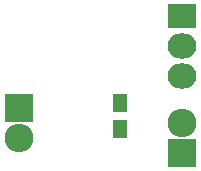
<source format=gbs>
G04 #@! TF.FileFunction,Soldermask,Bot*
%FSLAX46Y46*%
G04 Gerber Fmt 4.6, Leading zero omitted, Abs format (unit mm)*
G04 Created by KiCad (PCBNEW 4.0.4-stable) date 10/01/16 14:24:09*
%MOMM*%
%LPD*%
G01*
G04 APERTURE LIST*
%ADD10C,0.100000*%
%ADD11R,2.432000X2.432000*%
%ADD12O,2.432000X2.432000*%
%ADD13R,2.432000X2.127200*%
%ADD14O,2.432000X2.127200*%
%ADD15R,1.300000X1.600000*%
G04 APERTURE END LIST*
D10*
D11*
X168650000Y-119550000D03*
D12*
X168650000Y-122090000D03*
D13*
X182450000Y-111750000D03*
D14*
X182450000Y-114290000D03*
X182450000Y-116830000D03*
D11*
X182450000Y-123300000D03*
D12*
X182450000Y-120760000D03*
D15*
X177150000Y-121300000D03*
X177150000Y-119100000D03*
M02*

</source>
